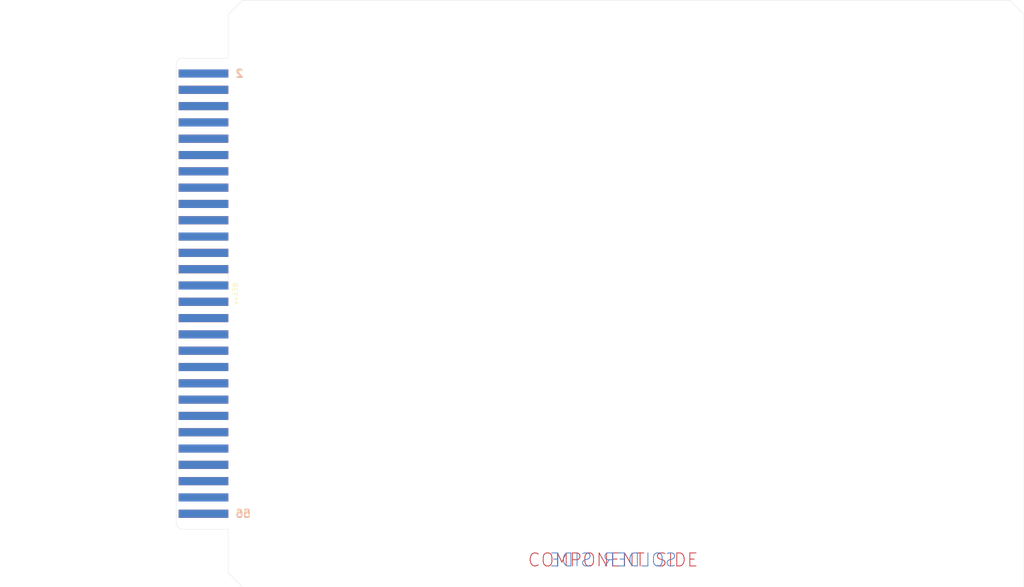
<source format=kicad_pcb>
(kicad_pcb (version 20240108) (generator "pcbnew") (generator_version "8.0")
  (layers (0 "F.Cu" signal) (31 "B.Cu" signal) (34 "B.Paste" user) (35 "F.Paste" user) (36 "B.SilkS" user "B.Silkscreen") (37 "F.SilkS" user "F.Silkscreen") (38 "B.Mask" user) (39 "F.Mask" user) (44 "Edge.Cuts" user))
  (net 0 "")
  (footprint "STD_BUS_card:STD_BUS_CardEdge" (layer "F.Cu") (at 71.12 90.17)
    (property "Reference" "REF**" (at 6.35 0 -90) (layer "F.SilkS") (effects (font (thickness 0.1))))
    (property "Value" "STD_BUS_CardEdge")
    (fp_text user "56" (at 6.35 42.8625 0) (layer "B.SilkS") (effects (font (size 1.5 1.5) (thickness 0.3) (bold yes)) (justify right mirror)))
    (fp_text user "2" (at 6.35 -42.8625 0) (layer "B.SilkS") (effects (font (size 1.5 1.5) (thickness 0.3) (bold yes)) (justify right mirror)))
    (fp_text user "55" (at 6.35 42.8625 0) (layer "F.SilkS") (effects (font (size 1.5 1.5) (thickness 0.3) (bold yes)) (justify left)))
    (fp_text user "1" (at 6.35 -42.8625 0) (layer "F.SilkS") (effects (font (size 1.5 1.5) (thickness 0.3) (bold yes)) (justify left)))
    (pad "1" smd rect (at 0.25 -42.8625) (size 9.66 1.5748) (layers "F.Cu"))
    (pad "2" smd rect (at 0.25 -42.8625) (size 9.66 1.5748) (layers "B.Cu"))
    (pad "3" smd rect (at 0.25 -39.6875) (size 9.66 1.5748) (layers "F.Cu"))
    (pad "4" smd rect (at 0.25 -39.6875) (size 9.66 1.5748) (layers "B.Cu"))
    (pad "5" smd rect (at 0.25 -36.5125) (size 9.66 1.5748) (layers "F.Cu"))
    (pad "6" smd rect (at 0.25 -36.5125) (size 9.66 1.5748) (layers "B.Cu"))
    (pad "7" smd rect (at 0.25 -33.3375) (size 9.66 1.5748) (layers "F.Cu"))
    (pad "8" smd rect (at 0.25 -33.3375) (size 9.66 1.5748) (layers "B.Cu"))
    (pad "9" smd rect (at 0.25 -30.1625) (size 9.66 1.5748) (layers "F.Cu"))
    (pad "10" smd rect (at 0.25 -30.1625) (size 9.66 1.5748) (layers "B.Cu"))
    (pad "11" smd rect (at 0.25 -26.9875) (size 9.66 1.5748) (layers "F.Cu"))
    (pad "12" smd rect (at 0.25 -26.9875) (size 9.66 1.5748) (layers "B.Cu"))
    (pad "13" smd rect (at 0.25 -23.8125) (size 9.66 1.5748) (layers "F.Cu"))
    (pad "14" smd rect (at 0.25 -23.8125) (size 9.66 1.5748) (layers "B.Cu"))
    (pad "15" smd rect (at 0.25 -20.6375) (size 9.66 1.5748) (layers "F.Cu"))
    (pad "16" smd rect (at 0.25 -20.6375) (size 9.66 1.5748) (layers "B.Cu"))
    (pad "17" smd rect (at 0.25 -17.4625) (size 9.66 1.5748) (layers "F.Cu"))
    (pad "18" smd rect (at 0.25 -17.4625) (size 9.66 1.5748) (layers "B.Cu"))
    (pad "19" smd rect (at 0.25 -14.2875) (size 9.66 1.5748) (layers "F.Cu"))
    (pad "20" smd rect (at 0.25 -14.2875) (size 9.66 1.5748) (layers "B.Cu"))
    (pad "21" smd rect (at 0.25 -11.1125) (size 9.66 1.5748) (layers "F.Cu"))
    (pad "22" smd rect (at 0.25 -11.1125) (size 9.66 1.5748) (layers "B.Cu"))
    (pad "23" smd rect (at 0.25 -7.9375) (size 9.66 1.5748) (layers "F.Cu"))
    (pad "24" smd rect (at 0.25 -7.9375) (size 9.66 1.5748) (layers "B.Cu"))
    (pad "25" smd rect (at 0.25 -4.7625) (size 9.66 1.5748) (layers "F.Cu"))
    (pad "26" smd rect (at 0.25 -4.7625) (size 9.66 1.5748) (layers "B.Cu"))
    (pad "27" smd rect (at 0.25 -1.5875) (size 9.66 1.5748) (layers "F.Cu"))
    (pad "28" smd rect (at 0.25 -1.5875) (size 9.66 1.5748) (layers "B.Cu"))
    (pad "29" smd rect (at 0.25 1.5875) (size 9.66 1.5748) (layers "F.Cu"))
    (pad "30" smd rect (at 0.25 1.5875) (size 9.66 1.5748) (layers "B.Cu"))
    (pad "31" smd rect (at 0.25 4.7625) (size 9.66 1.5748) (layers "F.Cu"))
    (pad "32" smd rect (at 0.25 4.7625) (size 9.66 1.5748) (layers "B.Cu"))
    (pad "33" smd rect (at 0.25 7.9375) (size 9.66 1.5748) (layers "F.Cu"))
    (pad "34" smd rect (at 0.25 7.9375) (size 9.66 1.5748) (layers "B.Cu"))
    (pad "35" smd rect (at 0.25 11.1125) (size 9.66 1.5748) (layers "F.Cu"))
    (pad "36" smd rect (at 0.25 11.1125) (size 9.66 1.5748) (layers "B.Cu"))
    (pad "37" smd rect (at 0.25 14.2875) (size 9.66 1.5748) (layers "F.Cu"))
    (pad "38" smd rect (at 0.25 14.2875) (size 9.66 1.5748) (layers "B.Cu"))
    (pad "39" smd rect (at 0.25 17.4625) (size 9.66 1.5748) (layers "F.Cu"))
    (pad "40" smd rect (at 0.25 17.4625) (size 9.66 1.5748) (layers "B.Cu"))
    (pad "41" smd rect (at 0.25 20.6375) (size 9.66 1.5748) (layers "F.Cu"))
    (pad "42" smd rect (at 0.25 20.6375) (size 9.66 1.5748) (layers "B.Cu"))
    (pad "43" smd rect (at 0.25 23.8125) (size 9.66 1.5748) (layers "F.Cu"))
    (pad "44" smd rect (at 0.25 23.8125) (size 9.66 1.5748) (layers "B.Cu"))
    (pad "45" smd rect (at 0.25 26.9875) (size 9.66 1.5748) (layers "F.Cu"))
    (pad "46" smd rect (at 0.25 26.9875) (size 9.66 1.5748) (layers "B.Cu"))
    (pad "47" smd rect (at 0.25 30.1625) (size 9.66 1.5748) (layers "F.Cu"))
    (pad "48" smd rect (at 0.25 30.1625) (size 9.66 1.5748) (layers "B.Cu"))
    (pad "49" smd rect (at 0.25 33.3375) (size 9.66 1.5748) (layers "F.Cu"))
    (pad "50" smd rect (at 0.25 33.3375) (size 9.66 1.5748) (layers "B.Cu"))
    (pad "51" smd rect (at 0.25 36.5125) (size 9.66 1.5748) (layers "F.Cu"))
    (pad "52" smd rect (at 0.25 36.5125) (size 9.66 1.5748) (layers "B.Cu"))
    (pad "53" smd rect (at 0.25 39.6875) (size 9.66 1.5748) (layers "F.Cu"))
    (pad "54" smd rect (at 0.25 39.6875) (size 9.66 1.5748) (layers "B.Cu"))
    (pad "55" smd rect (at 0.25 42.8625) (size 9.66 1.5748) (layers "F.Cu"))
    (pad "56" smd rect (at 0.25 42.8625) (size 9.66 1.5748) (layers "B.Cu"))
  )
  (gr_line (start 66.802 44.323) (end 76.2 44.323) (stroke (width 0.05)) (layer "Edge.Cuts"))
  (gr_line (start 76.2 144.526) (end 76.2 136.017) (stroke (width 0.05)) (layer "Edge.Cuts"))
  (gr_line (start 66.04 86.36) (end 76.2 86.36) (stroke (width 0.05)) (layer "Edge.Cuts"))
  (gr_line (start 76.2 35.814) (end 78.994 33.02) (stroke (width 0.05)) (layer "Edge.Cuts"))
  (gr_line (start 66.04 45.085) (end 66.802 44.323) (stroke (width 0.05)) (layer "Edge.Cuts"))
  (gr_line (start 66.04 87.63) (end 66.04 135.255) (stroke (width 0.05)) (layer "Edge.Cuts"))
  (gr_line (start 231.14 147.32) (end 78.994 147.32) (stroke (width 0.05)) (layer "Edge.Cuts"))
  (gr_line (start 66.04 135.255) (end 66.802 136.017) (stroke (width 0.05)) (layer "Edge.Cuts"))
  (gr_line (start 78.994 33.02) (end 228.346 33.02) (stroke (width 0.05)) (layer "Edge.Cuts"))
  (gr_line (start 66.04 86.36) (end 66.04 45.085) (stroke (width 0.05)) (layer "Edge.Cuts"))
  (gr_line (start 76.2 144.526) (end 78.994 147.32) (stroke (width 0.05)) (layer "Edge.Cuts"))
  (gr_line (start 66.802 136.017) (end 76.2 136.017) (stroke (width 0.05)) (layer "Edge.Cuts"))
  (gr_line (start 76.2 86.36) (end 76.2 87.63) (stroke (width 0.05)) (layer "Edge.Cuts"))
  (gr_line (start 76.2 35.814) (end 76.2 44.323) (stroke (width 0.05)) (layer "Edge.Cuts"))
  (gr_line (start 228.346 33.02) (end 231.14 35.814) (stroke (width 0.05)) (layer "Edge.Cuts"))
  (gr_line (start 231.14 35.814) (end 231.14 147.32) (stroke (width 0.05)) (layer "Edge.Cuts"))
  (gr_line (start 76.2 87.63) (end 66.04 87.63) (stroke (width 0.05)) (layer "Edge.Cuts"))
  (gr_text "COMPONENT SIDE" (at 151.13 143.51 0) (layer "F.Cu") (effects (font (size 2.54 2.54)) (justify bottom)))
  (gr_text "SOLDER SIDE" (at 151.13 143.51 0) (layer "B.Cu") (effects (font (size 2.54 2.54)) (justify bottom mirror)))
)
</source>
